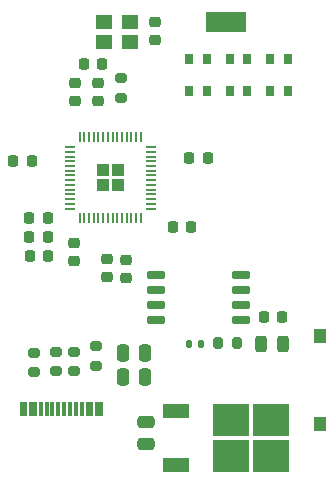
<source format=gtp>
G04 #@! TF.GenerationSoftware,KiCad,Pcbnew,6.0.2+dfsg-1*
G04 #@! TF.CreationDate,2023-01-06T20:52:01-08:00*
G04 #@! TF.ProjectId,RP2040_debugger,52503230-3430-45f6-9465-627567676572,REV1*
G04 #@! TF.SameCoordinates,Original*
G04 #@! TF.FileFunction,Paste,Top*
G04 #@! TF.FilePolarity,Positive*
%FSLAX46Y46*%
G04 Gerber Fmt 4.6, Leading zero omitted, Abs format (unit mm)*
G04 Created by KiCad (PCBNEW 6.0.2+dfsg-1) date 2023-01-06 20:52:01*
%MOMM*%
%LPD*%
G01*
G04 APERTURE LIST*
G04 Aperture macros list*
%AMRoundRect*
0 Rectangle with rounded corners*
0 $1 Rounding radius*
0 $2 $3 $4 $5 $6 $7 $8 $9 X,Y pos of 4 corners*
0 Add a 4 corners polygon primitive as box body*
4,1,4,$2,$3,$4,$5,$6,$7,$8,$9,$2,$3,0*
0 Add four circle primitives for the rounded corners*
1,1,$1+$1,$2,$3*
1,1,$1+$1,$4,$5*
1,1,$1+$1,$6,$7*
1,1,$1+$1,$8,$9*
0 Add four rect primitives between the rounded corners*
20,1,$1+$1,$2,$3,$4,$5,0*
20,1,$1+$1,$4,$5,$6,$7,0*
20,1,$1+$1,$6,$7,$8,$9,0*
20,1,$1+$1,$8,$9,$2,$3,0*%
G04 Aperture macros list end*
%ADD10R,0.750000X0.900000*%
%ADD11RoundRect,0.225000X0.225000X0.250000X-0.225000X0.250000X-0.225000X-0.250000X0.225000X-0.250000X0*%
%ADD12RoundRect,0.225000X-0.250000X0.225000X-0.250000X-0.225000X0.250000X-0.225000X0.250000X0.225000X0*%
%ADD13RoundRect,0.225000X-0.225000X-0.250000X0.225000X-0.250000X0.225000X0.250000X-0.225000X0.250000X0*%
%ADD14RoundRect,0.135000X-0.135000X-0.185000X0.135000X-0.185000X0.135000X0.185000X-0.135000X0.185000X0*%
%ADD15RoundRect,0.150000X0.650000X0.150000X-0.650000X0.150000X-0.650000X-0.150000X0.650000X-0.150000X0*%
%ADD16RoundRect,0.200000X-0.200000X-0.275000X0.200000X-0.275000X0.200000X0.275000X-0.200000X0.275000X0*%
%ADD17RoundRect,0.225000X0.250000X-0.225000X0.250000X0.225000X-0.250000X0.225000X-0.250000X-0.225000X0*%
%ADD18RoundRect,0.200000X0.275000X-0.200000X0.275000X0.200000X-0.275000X0.200000X-0.275000X-0.200000X0*%
%ADD19RoundRect,0.250000X0.292217X0.292217X-0.292217X0.292217X-0.292217X-0.292217X0.292217X-0.292217X0*%
%ADD20RoundRect,0.050000X0.387500X0.050000X-0.387500X0.050000X-0.387500X-0.050000X0.387500X-0.050000X0*%
%ADD21RoundRect,0.050000X0.050000X0.387500X-0.050000X0.387500X-0.050000X-0.387500X0.050000X-0.387500X0*%
%ADD22RoundRect,0.243750X0.243750X0.456250X-0.243750X0.456250X-0.243750X-0.456250X0.243750X-0.456250X0*%
%ADD23R,1.000000X1.200000*%
%ADD24RoundRect,0.250000X0.250000X0.475000X-0.250000X0.475000X-0.250000X-0.475000X0.250000X-0.475000X0*%
%ADD25RoundRect,0.200000X-0.275000X0.200000X-0.275000X-0.200000X0.275000X-0.200000X0.275000X0.200000X0*%
%ADD26RoundRect,0.250000X0.475000X-0.250000X0.475000X0.250000X-0.475000X0.250000X-0.475000X-0.250000X0*%
%ADD27R,1.400000X1.200000*%
%ADD28R,3.430000X1.780000*%
%ADD29R,3.050000X2.750000*%
%ADD30R,2.200000X1.200000*%
%ADD31R,0.300000X1.150000*%
G04 APERTURE END LIST*
D10*
X97500000Y-66100000D03*
X99000000Y-66100000D03*
X99000000Y-68800000D03*
X97500000Y-68800000D03*
X104300000Y-68800000D03*
X105800000Y-68800000D03*
X105800000Y-66100000D03*
X104300000Y-66100000D03*
X100900000Y-68800000D03*
X102400000Y-68800000D03*
X102400000Y-66100000D03*
X100900000Y-66100000D03*
D11*
X85540000Y-82790000D03*
X83990000Y-82790000D03*
D12*
X87690000Y-81660000D03*
X87690000Y-83210000D03*
D13*
X97500000Y-74450000D03*
X99050000Y-74450000D03*
D11*
X105370000Y-87930000D03*
X103820000Y-87930000D03*
D14*
X97455000Y-90190000D03*
X98475000Y-90190000D03*
D15*
X101825000Y-88165000D03*
X101825000Y-86895000D03*
X101825000Y-85625000D03*
X101825000Y-84355000D03*
X94625000Y-84355000D03*
X94625000Y-85625000D03*
X94625000Y-86895000D03*
X94625000Y-88165000D03*
D11*
X90080000Y-66550000D03*
X88530000Y-66550000D03*
D16*
X99910000Y-90160000D03*
X101560000Y-90160000D03*
D12*
X90540000Y-83010000D03*
X90540000Y-84560000D03*
D11*
X84130000Y-74700000D03*
X82580000Y-74700000D03*
D17*
X89759000Y-69640000D03*
X89759000Y-68090000D03*
D18*
X87762000Y-92522000D03*
X87762000Y-90872000D03*
D17*
X87840000Y-69640000D03*
X87840000Y-68090000D03*
D13*
X96100000Y-80300000D03*
X97650000Y-80300000D03*
D11*
X85480000Y-81200000D03*
X83930000Y-81200000D03*
D19*
X91427500Y-75512500D03*
X90152500Y-76787500D03*
X90152500Y-75512500D03*
X91427500Y-76787500D03*
D20*
X94227500Y-78750000D03*
X94227500Y-78350000D03*
X94227500Y-77950000D03*
X94227500Y-77550000D03*
X94227500Y-77150000D03*
X94227500Y-76750000D03*
X94227500Y-76350000D03*
X94227500Y-75950000D03*
X94227500Y-75550000D03*
X94227500Y-75150000D03*
X94227500Y-74750000D03*
X94227500Y-74350000D03*
X94227500Y-73950000D03*
X94227500Y-73550000D03*
D21*
X93390000Y-72712500D03*
X92990000Y-72712500D03*
X92590000Y-72712500D03*
X92190000Y-72712500D03*
X91790000Y-72712500D03*
X91390000Y-72712500D03*
X90990000Y-72712500D03*
X90590000Y-72712500D03*
X90190000Y-72712500D03*
X89790000Y-72712500D03*
X89390000Y-72712500D03*
X88990000Y-72712500D03*
X88590000Y-72712500D03*
X88190000Y-72712500D03*
D20*
X87352500Y-73550000D03*
X87352500Y-73950000D03*
X87352500Y-74350000D03*
X87352500Y-74750000D03*
X87352500Y-75150000D03*
X87352500Y-75550000D03*
X87352500Y-75950000D03*
X87352500Y-76350000D03*
X87352500Y-76750000D03*
X87352500Y-77150000D03*
X87352500Y-77550000D03*
X87352500Y-77950000D03*
X87352500Y-78350000D03*
X87352500Y-78750000D03*
D21*
X88190000Y-79587500D03*
X88590000Y-79587500D03*
X88990000Y-79587500D03*
X89390000Y-79587500D03*
X89790000Y-79587500D03*
X90190000Y-79587500D03*
X90590000Y-79587500D03*
X90990000Y-79587500D03*
X91390000Y-79587500D03*
X91790000Y-79587500D03*
X92190000Y-79587500D03*
X92590000Y-79587500D03*
X92990000Y-79587500D03*
X93390000Y-79587500D03*
D17*
X94550000Y-64500000D03*
X94550000Y-62950000D03*
D18*
X86162000Y-92522000D03*
X86162000Y-90872000D03*
D12*
X92140000Y-83110000D03*
X92140000Y-84660000D03*
D11*
X85480000Y-79550000D03*
X83930000Y-79550000D03*
D18*
X91740000Y-69360000D03*
X91740000Y-67710000D03*
D22*
X105409500Y-90231000D03*
X103534500Y-90231000D03*
D23*
X108550000Y-96950000D03*
X108550000Y-89550000D03*
D24*
X93750000Y-90986000D03*
X91850000Y-90986000D03*
D25*
X84306000Y-90949000D03*
X84306000Y-92599000D03*
D18*
X89596000Y-92039000D03*
X89596000Y-90389000D03*
D26*
X93851000Y-98696000D03*
X93851000Y-96796000D03*
D24*
X93750000Y-93000000D03*
X91850000Y-93000000D03*
D27*
X90250000Y-64650000D03*
X92450000Y-64650000D03*
X92450000Y-62950000D03*
X90250000Y-62950000D03*
D28*
X100600000Y-62950000D03*
D29*
X101017000Y-96670000D03*
X104367000Y-99720000D03*
X101017000Y-99720000D03*
X104367000Y-96670000D03*
D30*
X96392000Y-95915000D03*
X96392000Y-100475000D03*
D31*
X83300000Y-95730000D03*
X84100000Y-95730000D03*
X85400000Y-95730000D03*
X86400000Y-95730000D03*
X86900000Y-95730000D03*
X87900000Y-95730000D03*
X89200000Y-95730000D03*
X90000000Y-95730000D03*
X89700000Y-95730000D03*
X88900000Y-95730000D03*
X88400000Y-95730000D03*
X87400000Y-95730000D03*
X85900000Y-95730000D03*
X84900000Y-95730000D03*
X84400000Y-95730000D03*
X83600000Y-95730000D03*
M02*

</source>
